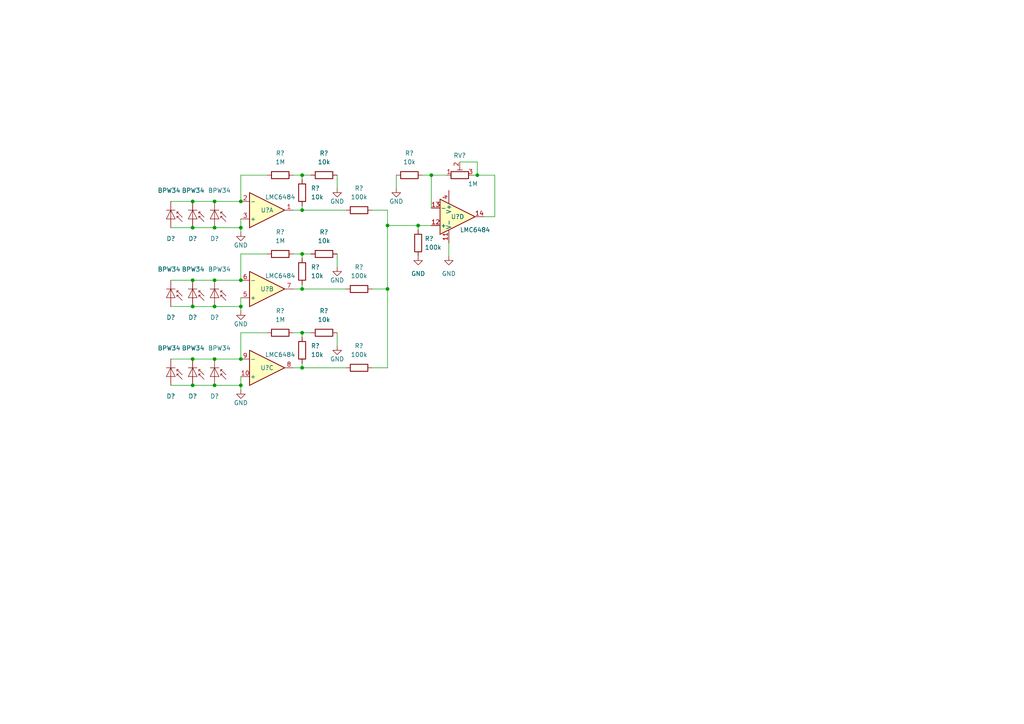
<source format=kicad_sch>
(kicad_sch (version 20211123) (generator eeschema)
  (paper "A4")
  (lib_symbols
    (symbol "Amplifier_Operational:LMC6484" (pin_names (offset 0.127))
      (property "Reference" "U" (at 0 5.08 0))
      (property "Value" "LMC6484" (at 0 -5.08 0))
      (symbol "LMC6484_1_1"
        (polyline (pts (xy -5.08 5.08) (xy 5.08 0) (xy -5.08 -5.08) (xy -5.08 5.08)) (stroke (width 0.254)) (fill (type background)))
        (pin output line (at 7.62 0 180) (length 2.54) (name "~") (number "1"))
        (pin input line (at -7.62 -2.54 0) (length 2.54) (name "-") (number "2"))
        (pin input line (at -7.62 2.54 0) (length 2.54) (name "+") (number "3"))
      )
      (symbol "LMC6484_2_1"
        (polyline (pts (xy -5.08 5.08) (xy 5.08 0) (xy -5.08 -5.08) (xy -5.08 5.08)) (stroke (width 0.254)) (fill (type background)))
        (pin input line (at -7.62 2.54 0) (length 2.54) (name "+") (number "5"))
        (pin input line (at -7.62 -2.54 0) (length 2.54) (name "-") (number "6"))
        (pin output line (at 7.62 0 180) (length 2.54) (name "~") (number "7"))
      )
      (symbol "LMC6484_3_1"
        (polyline (pts (xy -5.08 5.08) (xy 5.08 0) (xy -5.08 -5.08) (xy -5.08 5.08)) (stroke (width 0.254)) (fill (type background)))
        (pin input line (at -7.62 2.54 0) (length 2.54) (name "+") (number "10"))
        (pin output line (at 7.62 0 180) (length 2.54) (name "~") (number "8"))
        (pin input line (at -7.62 -2.54 0) (length 2.54) (name "-") (number "9"))
      )
      (symbol "LMC6484_4_1"
        (polyline (pts (xy -5.08 5.08) (xy 5.08 0) (xy -5.08 -5.08) (xy -5.08 5.08)) (stroke (width 0.254)) (fill (type background)))
        (pin input line (at -7.62 2.54 0) (length 2.54) (name "+") (number "12"))
        (pin input line (at -7.62 -2.54 0) (length 2.54) (name "-") (number "13"))
        (pin output line (at 7.62 0 180) (length 2.54) (name "~") (number "14"))
      )
      (symbol "LMC6484_5_1"
        (pin power_in line (at -2.54 -7.62 90) (length 3.81) (name "V-") (number "11"))
        (pin power_in line (at -2.54 7.62 270) (length 3.81) (name "V+") (number "4"))
      )
    )
    (symbol "Device:R" (pin_numbers hide) (pin_names (offset 0))
      (property "Reference" "R" (at 2.032 0 90))
      (property "Value" "R" (at 0 0 90))
      (symbol "R_0_1"
        (rectangle (start -1.016 -2.54) (end 1.016 2.54) (stroke (width 0.254)))
      )
      (symbol "R_1_1"
        (pin passive line (at 0 3.81 270) (length 1.27) (name "~") (number "1"))
        (pin passive line (at 0 -3.81 90) (length 1.27) (name "~") (number "2"))
      )
    )
    (symbol "Device:R_Potentiometer_Trim" (pin_names (offset 1.016) hide)
      (property "Reference" "RV" (at -4.445 0 90))
      (property "Value" "R_Potentiometer_Trim" (at -2.54 0 90))
      (symbol "R_Potentiometer_Trim_0_1"
        (polyline (pts (xy 1.524 0.762) (xy 1.524 -0.762)))
        (polyline (pts (xy 2.54 0) (xy 1.524 0)))
        (rectangle (start 1.016 2.54) (end -1.016 -2.54) (stroke (width 0.254)))
      )
      (symbol "R_Potentiometer_Trim_1_1"
        (pin passive line (at 0 3.81 270) (length 1.27) (name "1") (number "1"))
        (pin passive line (at 3.81 0 180) (length 1.27) (name "2") (number "2"))
        (pin passive line (at 0 -3.81 90) (length 1.27) (name "3") (number "3"))
      )
    )
    (symbol "Sensor_Optical:BPW34" (pin_numbers hide) (pin_names (offset 1.016) hide)
      (property "Reference" "D" (at 0.508 1.778 0))
      (property "Value" "BPW34" (at -1.016 -2.794 0))
      (symbol "BPW34_0_1"
        (polyline (pts (xy -2.54 1.27) (xy -2.54 -1.27)) (stroke (width 0.1524)))
        (polyline (pts (xy -2.032 1.778) (xy -1.524 1.778)))
        (polyline (pts (xy 0 -1.27) (xy 0 1.27)))
        (polyline (pts (xy 0 0) (xy -2.54 0)))
        (polyline (pts (xy -0.508 3.302) (xy -2.032 1.778) (xy -2.032 2.286)))
        (polyline (pts (xy 0 1.27) (xy -2.54 0) (xy 0 -1.27)))
        (polyline (pts (xy 0.762 3.302) (xy -0.762 1.778) (xy -0.762 2.286) (xy -0.762 1.778) (xy -0.254 1.778)))
      )
      (symbol "BPW34_1_1"
        (pin passive line (at -5.08 0 0) (length 2.54) (name "K") (number "1"))
        (pin passive line (at 2.54 0 180) (length 2.54) (name "A") (number "2"))
      )
    )
    (symbol "power:GND" (power) (pin_names (offset 0))
      (property "Value" "GND" (at 0 -3.81 0))
      (symbol "GND_0_1"
        (polyline (pts (xy 0 0) (xy 0 -1.27) (xy 1.27 -1.27) (xy 0 -2.54) (xy -1.27 -1.27) (xy 0 -1.27)))
      )
      (symbol "GND_1_1"
        (pin power_in line (at 0 0 270) (length 0) hide (name "GND") (number "1"))
      )
    )
  )
  (junction (at 87.63 73.66))
  (junction (at 62.23 81.28))
  (junction (at 55.88 111.76))
  (junction (at 62.23 66.04))
  (junction (at 87.63 106.68))
  (junction (at 69.85 88.9))
  (junction (at 138.43 50.8))
  (junction (at 121.285 65.405))
  (junction (at 112.395 83.82))
  (junction (at 62.23 104.14))
  (junction (at 69.85 81.28))
  (junction (at 55.88 81.28))
  (junction (at 55.88 58.42))
  (junction (at 69.85 66.04))
  (junction (at 55.88 66.04))
  (junction (at 87.63 96.52))
  (junction (at 87.63 60.96))
  (junction (at 87.63 50.8))
  (junction (at 125.095 50.8))
  (junction (at 69.85 58.42))
  (junction (at 62.23 88.9))
  (junction (at 69.85 104.14))
  (junction (at 55.88 104.14))
  (junction (at 62.23 58.42))
  (junction (at 87.63 83.82))
  (junction (at 112.395 65.405))
  (junction (at 55.88 88.9))
  (junction (at 69.85 111.76))
  (junction (at 62.23 111.76))
  (wire (pts (xy 85.09 73.66) (xy 87.63 73.66)))
  (wire (pts (xy 69.85 111.76) (xy 69.85 113.03)))
  (wire (pts (xy 97.79 96.52) (xy 97.79 100.33)))
  (wire (pts (xy 85.09 96.52) (xy 87.63 96.52)))
  (wire (pts (xy 55.88 111.76) (xy 62.23 111.76)))
  (wire (pts (xy 87.63 106.68) (xy 100.33 106.68)))
  (wire (pts (xy 87.63 50.8) (xy 87.63 52.07)))
  (wire (pts (xy 138.43 50.8) (xy 137.16 50.8)))
  (wire (pts (xy 69.85 86.36) (xy 69.85 88.9)))
  (wire (pts (xy 62.23 111.76) (xy 69.85 111.76)))
  (wire (pts (xy 87.63 60.96) (xy 100.33 60.96)))
  (wire (pts (xy 85.09 50.8) (xy 87.63 50.8)))
  (wire (pts (xy 87.63 73.66) (xy 90.17 73.66)))
  (wire (pts (xy 87.63 96.52) (xy 90.17 96.52)))
  (wire (pts (xy 62.23 88.9) (xy 69.85 88.9)))
  (wire (pts (xy 69.85 96.52) (xy 77.47 96.52)))
  (wire (pts (xy 112.395 65.405) (xy 121.285 65.405)))
  (wire (pts (xy 87.63 83.82) (xy 87.63 82.55)))
  (wire (pts (xy 62.23 81.28) (xy 69.85 81.28)))
  (wire (pts (xy 55.88 58.42) (xy 62.23 58.42)))
  (wire (pts (xy 62.23 66.04) (xy 69.85 66.04)))
  (wire (pts (xy 87.63 73.66) (xy 87.63 74.93)))
  (wire (pts (xy 49.53 58.42) (xy 55.88 58.42)))
  (wire (pts (xy 97.79 73.66) (xy 97.79 77.47)))
  (wire (pts (xy 112.395 106.68) (xy 112.395 83.82)))
  (wire (pts (xy 107.95 83.82) (xy 112.395 83.82)))
  (wire (pts (xy 85.09 60.96) (xy 87.63 60.96)))
  (wire (pts (xy 114.935 50.8) (xy 114.935 54.61)))
  (wire (pts (xy 87.63 60.96) (xy 87.63 59.69)))
  (wire (pts (xy 69.85 63.5) (xy 69.85 66.04)))
  (wire (pts (xy 112.395 83.82) (xy 112.395 65.405)))
  (wire (pts (xy 69.85 66.04) (xy 69.85 67.31)))
  (wire (pts (xy 62.23 58.42) (xy 69.85 58.42)))
  (wire (pts (xy 49.53 88.9) (xy 55.88 88.9)))
  (wire (pts (xy 125.095 50.8) (xy 122.555 50.8)))
  (wire (pts (xy 87.63 106.68) (xy 87.63 105.41)))
  (wire (pts (xy 69.85 58.42) (xy 69.85 50.8)))
  (wire (pts (xy 143.51 62.865) (xy 143.51 50.8)))
  (wire (pts (xy 49.53 81.28) (xy 55.88 81.28)))
  (wire (pts (xy 121.285 65.405) (xy 125.095 65.405)))
  (wire (pts (xy 85.09 83.82) (xy 87.63 83.82)))
  (wire (pts (xy 107.95 60.96) (xy 112.395 60.96)))
  (wire (pts (xy 87.63 96.52) (xy 87.63 97.79)))
  (wire (pts (xy 69.85 73.66) (xy 77.47 73.66)))
  (wire (pts (xy 87.63 83.82) (xy 100.33 83.82)))
  (wire (pts (xy 55.88 66.04) (xy 62.23 66.04)))
  (wire (pts (xy 87.63 50.8) (xy 90.17 50.8)))
  (wire (pts (xy 69.85 81.28) (xy 69.85 73.66)))
  (wire (pts (xy 55.88 88.9) (xy 62.23 88.9)))
  (wire (pts (xy 125.095 50.8) (xy 129.54 50.8)))
  (wire (pts (xy 49.53 66.04) (xy 55.88 66.04)))
  (wire (pts (xy 138.43 46.99) (xy 138.43 50.8)))
  (wire (pts (xy 140.335 62.865) (xy 143.51 62.865)))
  (wire (pts (xy 85.09 106.68) (xy 87.63 106.68)))
  (wire (pts (xy 125.095 60.325) (xy 125.095 50.8)))
  (wire (pts (xy 49.53 111.76) (xy 55.88 111.76)))
  (wire (pts (xy 69.85 50.8) (xy 77.47 50.8)))
  (wire (pts (xy 121.285 65.405) (xy 121.285 66.675)))
  (wire (pts (xy 49.53 104.14) (xy 55.88 104.14)))
  (wire (pts (xy 69.85 88.9) (xy 69.85 90.17)))
  (wire (pts (xy 55.88 81.28) (xy 62.23 81.28)))
  (wire (pts (xy 69.85 109.22) (xy 69.85 111.76)))
  (wire (pts (xy 69.85 104.14) (xy 69.85 96.52)))
  (wire (pts (xy 133.35 46.99) (xy 138.43 46.99)))
  (wire (pts (xy 130.175 70.485) (xy 130.175 74.295)))
  (wire (pts (xy 107.95 106.68) (xy 112.395 106.68)))
  (wire (pts (xy 55.88 104.14) (xy 62.23 104.14)))
  (wire (pts (xy 143.51 50.8) (xy 138.43 50.8)))
  (wire (pts (xy 97.79 50.8) (xy 97.79 54.61)))
  (wire (pts (xy 62.23 104.14) (xy 69.85 104.14)))
  (wire (pts (xy 112.395 65.405) (xy 112.395 60.96)))
  (symbol (lib_id "Sensor_Optical:BPW34") (at 55.88 109.22 270) (unit 1)
    (property "Reference" "D?" (at 54.61 114.935 90) (effects (justify left)))
    (property "Value" "BPW34" (at 52.705 100.965 90) (effects (justify left)))
    (property "Footprint" "OptoDevice:Osram_DIL2_4.3x4.65mm_P5.08mm" (effects hide))
    (property "Datasheet" "http://www.vishay.com/docs/81521/bpw34.pdf" (effects hide))
  )
  (symbol (lib_id "Device:R") (at 104.14 60.96 90) (unit 1)
    (property "Reference" "R?" (at 104.14 54.61 90))
    (property "Value" "100k" (at 104.14 57.15 90))
  )
  (symbol (lib_id "Device:R") (at 81.28 96.52 90) (unit 1)
    (property "Reference" "R?" (at 81.28 90.17 90))
    (property "Value" "1M" (at 81.28 92.71 90))
  )
  (symbol (lib_id "Device:R") (at 118.745 50.8 90) (unit 1)
    (property "Reference" "R?" (at 118.745 44.45 90))
    (property "Value" "10k" (at 118.745 46.99 90))
  )
  (symbol (lib_id "Device:R") (at 93.98 73.66 90) (unit 1)
    (property "Reference" "R?" (at 93.98 67.31 90))
    (property "Value" "10k" (at 93.98 69.85 90))
  )
  (symbol (lib_id "Device:R") (at 104.14 106.68 90) (unit 1)
    (property "Reference" "R?" (at 104.14 100.33 90))
    (property "Value" "100k" (at 104.14 102.87 90))
  )
  (symbol (lib_id "power:GND") (at 97.79 77.47 0) (unit 1)
    (property "Reference" "#PWR?" (effects hide))
    (property "Value" "GND" (at 97.79 81.28 0))
  )
  (symbol (lib_id "Sensor_Optical:BPW34") (at 55.88 63.5 270) (unit 1)
    (property "Reference" "D?" (at 54.61 69.215 90) (effects (justify left)))
    (property "Value" "BPW34" (at 52.705 55.245 90) (effects (justify left)))
    (property "Footprint" "OptoDevice:Osram_DIL2_4.3x4.65mm_P5.08mm" (effects hide))
    (property "Datasheet" "http://www.vishay.com/docs/81521/bpw34.pdf" (effects hide))
  )
  (symbol (lib_id "Device:R") (at 93.98 50.8 90) (unit 1)
    (property "Reference" "R?" (at 93.98 44.45 90))
    (property "Value" "10k" (at 93.98 46.99 90))
  )
  (symbol (lib_id "Device:R") (at 121.285 70.485 0) (unit 1)
    (property "Reference" "R?" (at 123.19 69.2149 0) (effects (justify left)))
    (property "Value" "100k" (at 123.19 71.7549 0) (effects (justify left)))
  )
  (symbol (lib_id "Sensor_Optical:BPW34") (at 49.53 86.36 270) (unit 1)
    (property "Reference" "D?" (at 48.26 92.075 90) (effects (justify left)))
    (property "Value" "BPW34" (at 45.72 78.105 90) (effects (justify left)))
    (property "Footprint" "OptoDevice:Osram_DIL2_4.3x4.65mm_P5.08mm" (effects hide))
    (property "Datasheet" "http://www.vishay.com/docs/81521/bpw34.pdf" (effects hide))
  )
  (symbol (lib_id "Device:R") (at 93.98 96.52 90) (unit 1)
    (property "Reference" "R?" (at 93.98 90.17 90))
    (property "Value" "10k" (at 93.98 92.71 90))
  )
  (symbol (lib_id "Sensor_Optical:BPW34") (at 49.53 109.22 270) (unit 1)
    (property "Reference" "D?" (at 48.26 114.935 90) (effects (justify left)))
    (property "Value" "BPW34" (at 45.72 100.965 90) (effects (justify left)))
    (property "Footprint" "OptoDevice:Osram_DIL2_4.3x4.65mm_P5.08mm" (effects hide))
    (property "Datasheet" "http://www.vishay.com/docs/81521/bpw34.pdf" (effects hide))
  )
  (symbol (lib_id "power:GND") (at 97.79 100.33 0) (unit 1)
    (property "Reference" "#PWR?" (effects hide))
    (property "Value" "GND" (at 97.79 104.14 0))
  )
  (symbol (lib_id "power:GND") (at 121.285 74.295 0) (unit 1)
    (property "Reference" "#PWR?" (effects hide))
    (property "Value" "GND" (at 121.285 79.375 0))
  )
  (symbol (lib_id "Amplifier_Operational:LMC6484") (at 132.715 62.865 0) (mirror x) (unit 4)
    (property "Reference" "U?" (at 132.715 62.865 0))
    (property "Value" "LMC6484" (at 137.795 66.675 0))
    (property "Datasheet" "http://www.ti.com/lit/ds/symlink/lmc6484.pdf" (effects hide))
  )
  (symbol (lib_id "Sensor_Optical:BPW34") (at 62.23 86.36 270) (unit 1)
    (property "Reference" "D?" (at 60.96 92.075 90) (effects (justify left)))
    (property "Value" "BPW34" (at 60.325 78.105 90) (effects (justify left)))
    (property "Footprint" "OptoDevice:Osram_DIL2_4.3x4.65mm_P5.08mm" (effects hide))
    (property "Datasheet" "http://www.vishay.com/docs/81521/bpw34.pdf" (effects hide))
  )
  (symbol (lib_id "Amplifier_Operational:LMC6484") (at 77.47 106.68 0) (mirror x) (unit 3)
    (property "Reference" "U?" (at 77.47 106.68 0))
    (property "Value" "LMC6484" (at 81.28 102.87 0))
    (property "Datasheet" "http://www.ti.com/lit/ds/symlink/lmc6484.pdf" (effects hide))
  )
  (symbol (lib_id "power:GND") (at 114.935 54.61 0) (unit 1)
    (property "Reference" "#PWR?" (effects hide))
    (property "Value" "GND" (at 114.935 58.42 0))
  )
  (symbol (lib_id "Amplifier_Operational:LMC6484") (at 77.47 60.96 0) (mirror x) (unit 1)
    (property "Reference" "U?" (at 77.47 60.96 0))
    (property "Value" "LMC6484" (at 81.28 57.15 0))
    (property "Datasheet" "http://www.ti.com/lit/ds/symlink/lmc6484.pdf" (effects hide))
  )
  (symbol (lib_id "power:GND") (at 130.175 74.295 0) (unit 1)
    (property "Reference" "#PWR?" (effects hide))
    (property "Value" "GND" (at 130.175 79.375 0))
  )
  (symbol (lib_id "power:GND") (at 97.79 54.61 0) (unit 1)
    (property "Reference" "#PWR?" (effects hide))
    (property "Value" "GND" (at 97.79 58.42 0))
  )
  (symbol (lib_id "Sensor_Optical:BPW34") (at 62.23 109.22 270) (unit 1)
    (property "Reference" "D?" (at 60.96 114.935 90) (effects (justify left)))
    (property "Value" "BPW34" (at 60.325 100.965 90) (effects (justify left)))
    (property "Footprint" "OptoDevice:Osram_DIL2_4.3x4.65mm_P5.08mm" (effects hide))
    (property "Datasheet" "http://www.vishay.com/docs/81521/bpw34.pdf" (effects hide))
  )
  (symbol (lib_id "Device:R") (at 87.63 78.74 0) (unit 1)
    (property "Reference" "R?" (at 90.17 77.4699 0) (effects (justify left)))
    (property "Value" "10k" (at 90.17 80.0099 0) (effects (justify left)))
  )
  (symbol (lib_id "power:GND") (at 69.85 113.03 0) (unit 1)
    (property "Reference" "#PWR?" (effects hide))
    (property "Value" "GND" (at 69.85 116.84 0))
  )
  (symbol (lib_id "power:GND") (at 69.85 67.31 0) (unit 1)
    (property "Reference" "#PWR?" (effects hide))
    (property "Value" "GND" (at 69.85 71.12 0))
  )
  (symbol (lib_id "Device:R") (at 87.63 55.88 0) (unit 1)
    (property "Reference" "R?" (at 90.17 54.6099 0) (effects (justify left)))
    (property "Value" "10k" (at 90.17 57.1499 0) (effects (justify left)))
  )
  (symbol (lib_id "Sensor_Optical:BPW34") (at 49.53 63.5 270) (unit 1)
    (property "Reference" "D?" (at 48.26 69.215 90) (effects (justify left)))
    (property "Value" "BPW34" (at 45.72 55.245 90) (effects (justify left)))
    (property "Footprint" "OptoDevice:Osram_DIL2_4.3x4.65mm_P5.08mm" (effects hide))
    (property "Datasheet" "http://www.vishay.com/docs/81521/bpw34.pdf" (effects hide))
  )
  (symbol (lib_id "Device:R") (at 87.63 101.6 0) (unit 1)
    (property "Reference" "R?" (at 90.17 100.3299 0) (effects (justify left)))
    (property "Value" "10k" (at 90.17 102.8699 0) (effects (justify left)))
  )
  (symbol (lib_id "Sensor_Optical:BPW34") (at 55.88 86.36 270) (unit 1)
    (property "Reference" "D?" (at 54.61 92.075 90) (effects (justify left)))
    (property "Value" "BPW34" (at 52.705 78.105 90) (effects (justify left)))
    (property "Footprint" "OptoDevice:Osram_DIL2_4.3x4.65mm_P5.08mm" (effects hide))
    (property "Datasheet" "http://www.vishay.com/docs/81521/bpw34.pdf" (effects hide))
  )
  (symbol (lib_id "Device:R_Potentiometer_Trim") (at 133.35 50.8 90) (unit 1)
    (property "Reference" "RV?" (at 133.35 45.085 90))
    (property "Value" "1M" (at 137.16 53.34 90))
  )
  (symbol (lib_id "Device:R") (at 81.28 50.8 270) (unit 1)
    (property "Reference" "R?" (at 81.28 44.45 90))
    (property "Value" "1M" (at 81.28 46.99 90))
  )
  (symbol (lib_id "Amplifier_Operational:LMC6484") (at 132.715 62.865 0) (unit 5)
    (property "Reference" "U?" (effects hide))
    (property "Value" "LMC6484" (effects hide))
    (property "Datasheet" "http://www.ti.com/lit/ds/symlink/lmc6484.pdf" (effects hide))
  )
  (symbol (lib_id "Amplifier_Operational:LMC6484") (at 77.47 83.82 0) (mirror x) (unit 2)
    (property "Reference" "U?" (at 77.47 83.82 0))
    (property "Value" "LMC6484" (at 81.28 80.01 0))
    (property "Datasheet" "http://www.ti.com/lit/ds/symlink/lmc6484.pdf" (effects hide))
  )
  (symbol (lib_id "Sensor_Optical:BPW34") (at 62.23 63.5 270) (unit 1)
    (property "Reference" "D?" (at 60.96 69.215 90) (effects (justify left)))
    (property "Value" "BPW34" (at 60.325 55.245 90) (effects (justify left)))
    (property "Footprint" "OptoDevice:Osram_DIL2_4.3x4.65mm_P5.08mm" (effects hide))
    (property "Datasheet" "http://www.vishay.com/docs/81521/bpw34.pdf" (effects hide))
  )
  (symbol (lib_id "Device:R") (at 81.28 73.66 90) (unit 1)
    (property "Reference" "R?" (at 81.28 67.31 90))
    (property "Value" "1M" (at 81.28 69.85 90))
  )
  (symbol (lib_id "power:GND") (at 69.85 90.17 0) (unit 1)
    (property "Reference" "#PWR?" (effects hide))
    (property "Value" "GND" (at 69.85 93.98 0))
  )
  (symbol (lib_id "Device:R") (at 104.14 83.82 90) (unit 1)
    (property "Reference" "R?" (at 104.14 77.47 90))
    (property "Value" "100k" (at 104.14 80.01 90))
  )
)
</source>
